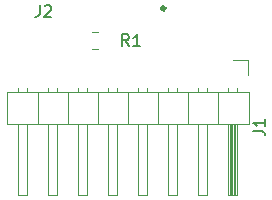
<source format=gbr>
%TF.GenerationSoftware,KiCad,Pcbnew,7.0.8*%
%TF.CreationDate,2023-10-20T13:28:24-04:00*%
%TF.ProjectId,flipper-zero-gbc-link-adapter,666c6970-7065-4722-9d7a-65726f2d6762,rev?*%
%TF.SameCoordinates,Original*%
%TF.FileFunction,Legend,Top*%
%TF.FilePolarity,Positive*%
%FSLAX46Y46*%
G04 Gerber Fmt 4.6, Leading zero omitted, Abs format (unit mm)*
G04 Created by KiCad (PCBNEW 7.0.8) date 2023-10-20 13:28:24*
%MOMM*%
%LPD*%
G01*
G04 APERTURE LIST*
%ADD10C,0.150000*%
%ADD11C,0.120000*%
%ADD12C,0.310000*%
G04 APERTURE END LIST*
D10*
X101941333Y-106626819D02*
X101608000Y-106150628D01*
X101369905Y-106626819D02*
X101369905Y-105626819D01*
X101369905Y-105626819D02*
X101750857Y-105626819D01*
X101750857Y-105626819D02*
X101846095Y-105674438D01*
X101846095Y-105674438D02*
X101893714Y-105722057D01*
X101893714Y-105722057D02*
X101941333Y-105817295D01*
X101941333Y-105817295D02*
X101941333Y-105960152D01*
X101941333Y-105960152D02*
X101893714Y-106055390D01*
X101893714Y-106055390D02*
X101846095Y-106103009D01*
X101846095Y-106103009D02*
X101750857Y-106150628D01*
X101750857Y-106150628D02*
X101369905Y-106150628D01*
X102893714Y-106626819D02*
X102322286Y-106626819D01*
X102608000Y-106626819D02*
X102608000Y-105626819D01*
X102608000Y-105626819D02*
X102512762Y-105769676D01*
X102512762Y-105769676D02*
X102417524Y-105864914D01*
X102417524Y-105864914D02*
X102322286Y-105912533D01*
X94376666Y-103168819D02*
X94376666Y-103883104D01*
X94376666Y-103883104D02*
X94329047Y-104025961D01*
X94329047Y-104025961D02*
X94233809Y-104121200D01*
X94233809Y-104121200D02*
X94090952Y-104168819D01*
X94090952Y-104168819D02*
X93995714Y-104168819D01*
X94805238Y-103264057D02*
X94852857Y-103216438D01*
X94852857Y-103216438D02*
X94948095Y-103168819D01*
X94948095Y-103168819D02*
X95186190Y-103168819D01*
X95186190Y-103168819D02*
X95281428Y-103216438D01*
X95281428Y-103216438D02*
X95329047Y-103264057D01*
X95329047Y-103264057D02*
X95376666Y-103359295D01*
X95376666Y-103359295D02*
X95376666Y-103454533D01*
X95376666Y-103454533D02*
X95329047Y-103597390D01*
X95329047Y-103597390D02*
X94757619Y-104168819D01*
X94757619Y-104168819D02*
X95376666Y-104168819D01*
X112468819Y-113811333D02*
X113183104Y-113811333D01*
X113183104Y-113811333D02*
X113325961Y-113858952D01*
X113325961Y-113858952D02*
X113421200Y-113954190D01*
X113421200Y-113954190D02*
X113468819Y-114097047D01*
X113468819Y-114097047D02*
X113468819Y-114192285D01*
X113468819Y-112811333D02*
X113468819Y-113382761D01*
X113468819Y-113097047D02*
X112468819Y-113097047D01*
X112468819Y-113097047D02*
X112611676Y-113192285D01*
X112611676Y-113192285D02*
X112706914Y-113287523D01*
X112706914Y-113287523D02*
X112754533Y-113382761D01*
D11*
%TO.C,R1*%
X98832936Y-105437000D02*
X99287064Y-105437000D01*
X98832936Y-106907000D02*
X99287064Y-106907000D01*
%TO.C,J2*%
D12*
X105009000Y-103424000D02*
G75*
G03*
X105009000Y-103424000I-155000J0D01*
G01*
D11*
%TO.C,J1*%
X100964000Y-119193000D02*
X100204000Y-119193000D01*
X100204000Y-119193000D02*
X100204000Y-113193000D01*
X102744000Y-110135929D02*
X102744000Y-110533000D01*
X96774000Y-110533000D02*
X96774000Y-113193000D01*
X95884000Y-119193000D02*
X95124000Y-119193000D01*
X112074000Y-110533000D02*
X91634000Y-110533000D01*
X108584000Y-113193000D02*
X108584000Y-119193000D01*
X111124000Y-110203000D02*
X111124000Y-110533000D01*
X98424000Y-110135929D02*
X98424000Y-110533000D01*
X103504000Y-113193000D02*
X103504000Y-119193000D01*
X109474000Y-110533000D02*
X109474000Y-113193000D01*
X93344000Y-110135929D02*
X93344000Y-110533000D01*
X103504000Y-119193000D02*
X102744000Y-119193000D01*
X111124000Y-113193000D02*
X111124000Y-119193000D01*
X102744000Y-119193000D02*
X102744000Y-113193000D01*
X94234000Y-110533000D02*
X94234000Y-113193000D01*
X97664000Y-110135929D02*
X97664000Y-110533000D01*
X105284000Y-110135929D02*
X105284000Y-110533000D01*
X91634000Y-113193000D02*
X112074000Y-113193000D01*
X100964000Y-113193000D02*
X100964000Y-119193000D01*
X101854000Y-110533000D02*
X101854000Y-113193000D01*
X92584000Y-119193000D02*
X92584000Y-113193000D01*
X112014000Y-107823000D02*
X112014000Y-109093000D01*
X95124000Y-119193000D02*
X95124000Y-113193000D01*
X98424000Y-113193000D02*
X98424000Y-119193000D01*
X110744000Y-107823000D02*
X112014000Y-107823000D01*
X106044000Y-119193000D02*
X105284000Y-119193000D01*
X108584000Y-110135929D02*
X108584000Y-110533000D01*
X110944000Y-113193000D02*
X110944000Y-119193000D01*
X92584000Y-110135929D02*
X92584000Y-110533000D01*
X107824000Y-110135929D02*
X107824000Y-110533000D01*
X110704000Y-113193000D02*
X110704000Y-119193000D01*
X103504000Y-110135929D02*
X103504000Y-110533000D01*
X98424000Y-119193000D02*
X97664000Y-119193000D01*
X111124000Y-119193000D02*
X110364000Y-119193000D01*
X110364000Y-119193000D02*
X110364000Y-113193000D01*
X106934000Y-110533000D02*
X106934000Y-113193000D01*
X106044000Y-113193000D02*
X106044000Y-119193000D01*
X95884000Y-113193000D02*
X95884000Y-119193000D01*
X106044000Y-110135929D02*
X106044000Y-110533000D01*
X93344000Y-119193000D02*
X92584000Y-119193000D01*
X91634000Y-110533000D02*
X91634000Y-113193000D01*
X112074000Y-113193000D02*
X112074000Y-110533000D01*
X108584000Y-119193000D02*
X107824000Y-119193000D01*
X99314000Y-110533000D02*
X99314000Y-113193000D01*
X95884000Y-110135929D02*
X95884000Y-110533000D01*
X110584000Y-113193000D02*
X110584000Y-119193000D01*
X107824000Y-119193000D02*
X107824000Y-113193000D01*
X110364000Y-110203000D02*
X110364000Y-110533000D01*
X111064000Y-113193000D02*
X111064000Y-119193000D01*
X95124000Y-110135929D02*
X95124000Y-110533000D01*
X105284000Y-119193000D02*
X105284000Y-113193000D01*
X100964000Y-110135929D02*
X100964000Y-110533000D01*
X110824000Y-113193000D02*
X110824000Y-119193000D01*
X100204000Y-110135929D02*
X100204000Y-110533000D01*
X97664000Y-119193000D02*
X97664000Y-113193000D01*
X104394000Y-110533000D02*
X104394000Y-113193000D01*
X93344000Y-113193000D02*
X93344000Y-119193000D01*
X110464000Y-113193000D02*
X110464000Y-119193000D01*
%TD*%
M02*

</source>
